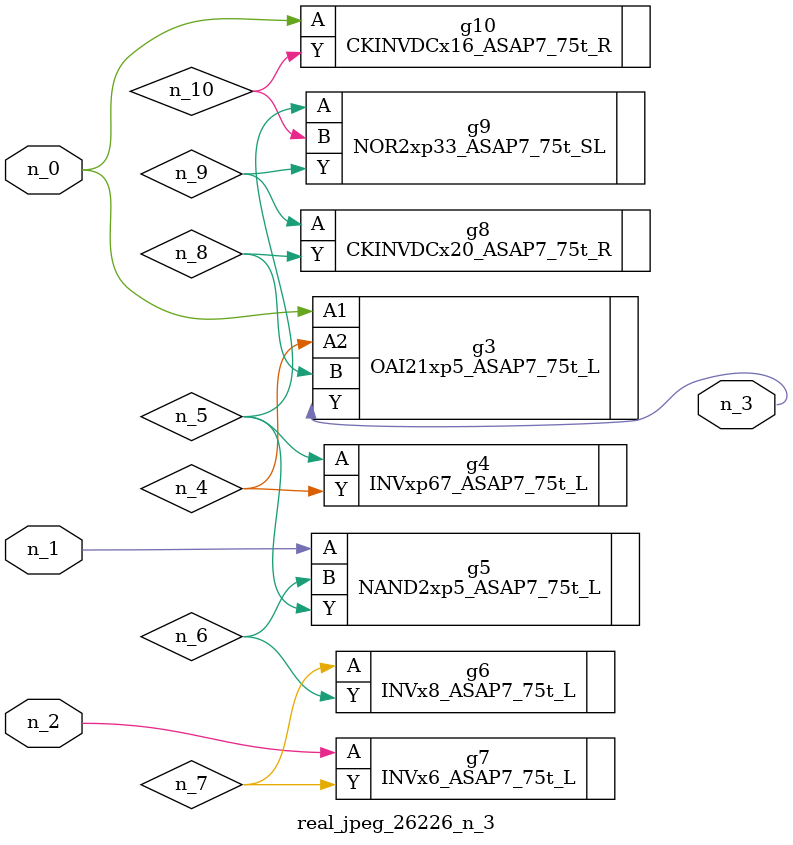
<source format=v>
module real_jpeg_26226_n_3 (n_1, n_0, n_2, n_3);

input n_1;
input n_0;
input n_2;

output n_3;

wire n_5;
wire n_8;
wire n_4;
wire n_6;
wire n_7;
wire n_10;
wire n_9;

OAI21xp5_ASAP7_75t_L g3 ( 
.A1(n_0),
.A2(n_4),
.B(n_8),
.Y(n_3)
);

CKINVDCx16_ASAP7_75t_R g10 ( 
.A(n_0),
.Y(n_10)
);

NAND2xp5_ASAP7_75t_L g5 ( 
.A(n_1),
.B(n_6),
.Y(n_5)
);

INVx6_ASAP7_75t_L g7 ( 
.A(n_2),
.Y(n_7)
);

INVxp67_ASAP7_75t_L g4 ( 
.A(n_5),
.Y(n_4)
);

NOR2xp33_ASAP7_75t_SL g9 ( 
.A(n_5),
.B(n_10),
.Y(n_9)
);

INVx8_ASAP7_75t_L g6 ( 
.A(n_7),
.Y(n_6)
);

CKINVDCx20_ASAP7_75t_R g8 ( 
.A(n_9),
.Y(n_8)
);


endmodule
</source>
